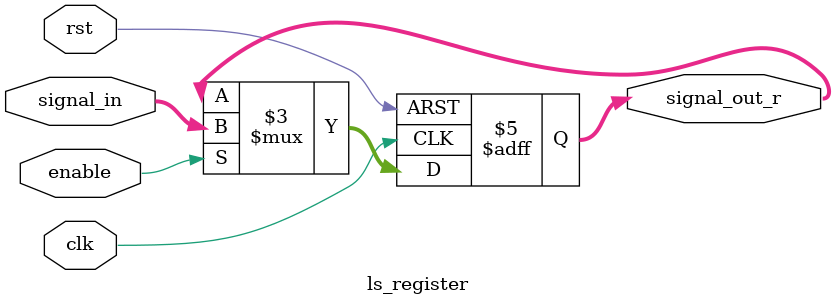
<source format=v>


`include "const.def"
module ls_register #(
    parameter REG_WIDTH=4)
  (
   
    input      [REG_WIDTH-1:0] signal_in, 
    output reg [REG_WIDTH-1:0] signal_out_r,
    input                      enable,
    input 		     clk,
    input 		     rst

  );


// spyglass disable_block FlopEConst
// SMD: Reports permanently disabled or enabled flip-flop enable pins 
// SJ: this is intented behaviour where the enable is 1
always @(posedge clk or posedge rst)
  begin
     if (rst == 1'b1)
       signal_out_r <= 0;
     else
     begin
       if (enable)
         signal_out_r <= signal_in;
     end
  end
endmodule
// spyglass enable_block FlopEConst
// spyglass enable_block Clock_delay01

</source>
